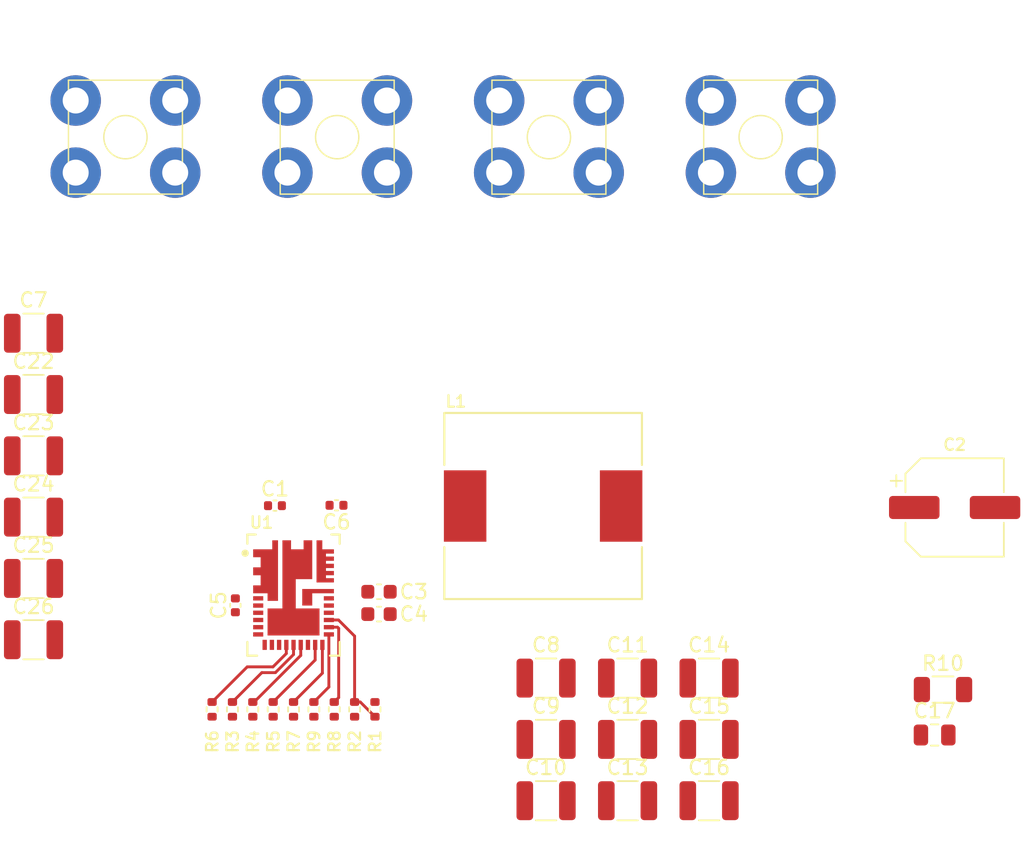
<source format=kicad_pcb>
(kicad_pcb (version 20240108) (generator "pcbnew") (generator_version "8.0")
  (layers (0 "F.Cu" signal) (31 "B.Cu" signal) (34 "B.Paste" user) (35 "F.Paste" user) (36 "B.SilkS" user "B.Silkscreen") (37 "F.SilkS" user "F.Silkscreen") (38 "B.Mask" user) (39 "F.Mask" user) (44 "Edge.Cuts" user))
  (net 0 "")
  (net 1 "VIN")
  (net 2 "GND")
  (net 3 "Net-(U1-PVCC)")
  (net 4 "Net-(U1-VDD)")
  (net 5 "Net-(U1-PH)")
  (net 6 "Net-(U1-BOOT)")
  (net 7 "VOUT")
  (net 8 "/SW")
  (net 9 "Net-(U1-ADDR)")
  (net 10 "Net-(U1-VSET)")
  (net 11 "Net-(U1-RT{slash}SYNC)")
  (net 12 "/PGOOD")
  (net 18 "/EN")
  (net 19 "/SALRT")
  (net 20 "VDD")
  (net 21 "/SCL")
  (net 22 "/SDA")
  (net 23 "Net-(C17-Pad1)")
  (footprint "Resistor_SMD:R_0402_1005Metric" (layer "F.Cu") (at 117.010976 113.792 90)
    (property "Reference" "R7" (at -2.2352 0.0127 90) (layer "F.SilkS") (effects (font (size 0.8 0.8))))
    (property "Value" "10K")
    (fp_line (start -0.153641 -0.38) (end 0.153641 -0.38) (stroke (width 0.12)) (layer "F.SilkS"))
    (fp_line (start -0.153641 0.38) (end 0.153641 0.38) (stroke (width 0.12)) (layer "F.SilkS"))
    (pad "1" smd roundrect (at -0.51 0 90) (size 0.54 0.64) (layers "F.Cu" "F.Paste" "F.Mask") (net 20 "VDD"))
    (pad "2" smd roundrect (at 0.51 0 90) (size 0.54 0.64) (layers "F.Cu" "F.Paste" "F.Mask") (net 19 "/SALRT"))
  )
  (footprint "Plugin_terminal:square_terminal" (layer "F.Cu") (at 131.2672 71.581)
    (property "Reference" "J3" (hide yes))
    (property "Value" "Screw")
    (fp_line (start -0.5 -1.41) (end -0.5 6.49) (stroke (width 0.1)) (layer "F.SilkS"))
    (fp_line (start -0.5 -1.41) (end 7.4 -1.41) (stroke (width 0.1)) (layer "F.SilkS"))
    (fp_line (start -0.5 6.49) (end 7.4 6.49) (stroke (width 0.1)) (layer "F.SilkS"))
    (fp_line (start 7.4 -1.41) (end 7.4 6.49) (stroke (width 0.1)) (layer "F.SilkS"))
    (fp_circle (center 3.45 2.54) (end 4.95 2.54) (stroke (width 0.1)) (fill none) (layer "F.SilkS"))
    (pad "1" thru_hole circle (at 0 0) (size 3.5 3.5) (drill 1.8) (layers "*.Cu" "*.Mask") (net 2 "GND"))
    (pad "1" thru_hole circle (at 0 5) (size 3.5 3.5) (drill 1.8) (layers "*.Cu" "*.Mask") (net 2 "GND"))
    (pad "1" thru_hole circle (at 6.9 0) (size 3.5 3.5) (drill 1.8) (layers "*.Cu" "*.Mask") (net 2 "GND"))
    (pad "1" thru_hole circle (at 6.9 5) (size 3.5 3.5) (drill 1.8) (layers "*.Cu" "*.Mask") (net 2 "GND"))
  )
  (footprint "Capacitor_SMD:C_1210_3225Metric" (layer "F.Cu") (at 134.5202 115.8748)
    (property "Reference" "C9" (at 0 -2.3 0) (layer "F.SilkS"))
    (property "Value" "10uF")
    (fp_line (start -0.711252 -1.36) (end 0.711252 -1.36) (stroke (width 0.12)) (layer "F.SilkS"))
    (fp_line (start -0.711252 1.36) (end 0.711252 1.36) (stroke (width 0.12)) (layer "F.SilkS"))
    (pad "1" smd roundrect (at -1.475 0) (size 1.15 2.7) (layers "F.Cu" "F.Paste" "F.Mask") (roundrect_rratio 0.217391) (net 7 "VOUT"))
    (pad "2" smd roundrect (at 1.475 0) (size 1.15 2.7) (layers "F.Cu" "F.Paste" "F.Mask") (roundrect_rratio 0.217391) (net 2 "GND"))
  )
  (footprint "Capacitor_SMD:C_1210_3225Metric" (layer "F.Cu") (at 98.9856 104.7152)
    (property "Reference" "C25" (at 0 -2.3 0) (layer "F.SilkS"))
    (property "Value" "22uF")
    (fp_line (start -0.711252 -1.36) (end 0.711252 -1.36) (stroke (width 0.12)) (layer "F.SilkS"))
    (fp_line (start -0.711252 1.36) (end 0.711252 1.36) (stroke (width 0.12)) (layer "F.SilkS"))
    (pad "1" smd roundrect (at -1.475 0) (size 1.15 2.7) (layers "F.Cu" "F.Paste" "F.Mask") (roundrect_rratio 0.217391) (net 1 "VIN"))
    (pad "2" smd roundrect (at 1.475 0) (size 1.15 2.7) (layers "F.Cu" "F.Paste" "F.Mask") (roundrect_rratio 0.217391) (net 2 "GND"))
  )
  (footprint "Plugin_terminal:square_terminal" (layer "F.Cu") (at 145.946934 71.581)
    (property "Reference" "J4" (hide yes))
    (property "Value" "Screw")
    (fp_line (start -0.5 -1.41) (end -0.5 6.49) (stroke (width 0.1)) (layer "F.SilkS"))
    (fp_line (start -0.5 -1.41) (end 7.4 -1.41) (stroke (width 0.1)) (layer "F.SilkS"))
    (fp_line (start -0.5 6.49) (end 7.4 6.49) (stroke (width 0.1)) (layer "F.SilkS"))
    (fp_line (start 7.4 -1.41) (end 7.4 6.49) (stroke (width 0.1)) (layer "F.SilkS"))
    (fp_circle (center 3.45 2.54) (end 4.95 2.54) (stroke (width 0.1)) (fill none) (layer "F.SilkS"))
    (pad "1" thru_hole circle (at 0 0) (size 3.5 3.5) (drill 1.8) (layers "*.Cu" "*.Mask") (net 7 "VOUT"))
    (pad "1" thru_hole circle (at 0 5) (size 3.5 3.5) (drill 1.8) (layers "*.Cu" "*.Mask") (net 7 "VOUT"))
    (pad "1" thru_hole circle (at 6.9 0) (size 3.5 3.5) (drill 1.8) (layers "*.Cu" "*.Mask") (net 7 "VOUT"))
    (pad "1" thru_hole circle (at 6.9 5) (size 3.5 3.5) (drill 1.8) (layers "*.Cu" "*.Mask") (net 7 "VOUT"))
  )
  (footprint "Capacitor_SMD:C_1210_3225Metric" (layer "F.Cu") (at 145.8202 115.8748)
    (property "Reference" "C15" (at 0 -2.3 0) (layer "F.SilkS"))
    (property "Value" "10uF")
    (fp_line (start -0.711252 -1.36) (end 0.711252 -1.36) (stroke (width 0.12)) (layer "F.SilkS"))
    (fp_line (start -0.711252 1.36) (end 0.711252 1.36) (stroke (width 0.12)) (layer "F.SilkS"))
    (pad "1" smd roundrect (at -1.475 0) (size 1.15 2.7) (layers "F.Cu" "F.Paste" "F.Mask") (roundrect_rratio 0.217391) (net 7 "VOUT"))
    (pad "2" smd roundrect (at 1.475 0) (size 1.15 2.7) (layers "F.Cu" "F.Paste" "F.Mask") (roundrect_rratio 0.217391) (net 2 "GND"))
  )
  (footprint "Resistor_SMD:R_0402_1005Metric" (layer "F.Cu") (at 121.245194 113.792 -90)
    (property "Reference" "R2" (at 2.235199 -0.011989 -90) (layer "F.SilkS") (effects (font (size 0.8 0.8))))
    (property "Value" "309.0K")
    (fp_line (start -0.153641 0.38) (end 0.153641 0.38) (stroke (width 0.12)) (layer "F.SilkS"))
    (fp_line (start -0.153641 -0.38) (end 0.153641 -0.38) (stroke (width 0.12)) (layer "F.SilkS"))
    (pad "1" smd roundrect (at -0.51 0 270) (size 0.54 0.64) (layers "F.Cu" "F.Paste" "F.Mask") (net 18 "/EN"))
    (pad "2" smd roundrect (at 0.51 0 270) (size 0.54 0.64) (layers "F.Cu" "F.Paste" "F.Mask") (net 2 "GND"))
  )
  (footprint "Plugin_terminal:square_terminal" (layer "F.Cu") (at 101.907734 71.581)
    (property "Reference" "J1" (hide yes))
    (property "Value" "Screw")
    (fp_line (start -0.5 -1.41) (end -0.5 6.49) (stroke (width 0.1)) (layer "F.SilkS"))
    (fp_line (start -0.5 -1.41) (end 7.4 -1.41) (stroke (width 0.1)) (layer "F.SilkS"))
    (fp_line (start -0.5 6.49) (end 7.4 6.49) (stroke (width 0.1)) (layer "F.SilkS"))
    (fp_line (start 7.4 -1.41) (end 7.4 6.49) (stroke (width 0.1)) (layer "F.SilkS"))
    (fp_circle (center 3.45 2.54) (end 4.95 2.54) (stroke (width 0.1)) (fill none) (layer "F.SilkS"))
    (pad "1" thru_hole circle (at 0 0) (size 3.5 3.5) (drill 1.8) (layers "*.Cu" "*.Mask") (net 1 "VIN"))
    (pad "1" thru_hole circle (at 0 5) (size 3.5 3.5) (drill 1.8) (layers "*.Cu" "*.Mask") (net 1 "VIN"))
    (pad "1" thru_hole circle (at 6.9 0) (size 3.5 3.5) (drill 1.8) (layers "*.Cu" "*.Mask") (net 1 "VIN"))
    (pad "1" thru_hole circle (at 6.9 5) (size 3.5 3.5) (drill 1.8) (layers "*.Cu" "*.Mask") (net 1 "VIN"))
  )
  (footprint "Capacitor_SMD:C_1210_3225Metric" (layer "F.Cu") (at 145.8202 120.1248)
    (property "Reference" "C16" (at 0 -2.3 0) (layer "F.SilkS"))
    (property "Value" "10uF")
    (fp_line (start -0.711252 -1.36) (end 0.711252 -1.36) (stroke (width 0.12)) (layer "F.SilkS"))
    (fp_line (start -0.711252 1.36) (end 0.711252 1.36) (stroke (width 0.12)) (layer "F.SilkS"))
    (pad "1" smd roundrect (at -1.475 0) (size 1.15 2.7) (layers "F.Cu" "F.Paste" "F.Mask") (roundrect_rratio 0.217391) (net 7 "VOUT"))
    (pad "2" smd roundrect (at 1.475 0) (size 1.15 2.7) (layers "F.Cu" "F.Paste" "F.Mask") (roundrect_rratio 0.217391) (net 2 "GND"))
  )
  (footprint "Capacitor_SMD:C_1210_3225Metric" (layer "F.Cu") (at 134.5202 120.1248)
    (property "Reference" "C10" (at 0 -2.3 0) (layer "F.SilkS"))
    (property "Value" "10uF")
    (fp_line (start -0.711252 -1.36) (end 0.711252 -1.36) (stroke (width 0.12)) (layer "F.SilkS"))
    (fp_line (start -0.711252 1.36) (end 0.711252 1.36) (stroke (width 0.12)) (layer "F.SilkS"))
    (pad "1" smd roundrect (at -1.475 0) (size 1.15 2.7) (layers "F.Cu" "F.Paste" "F.Mask") (roundrect_rratio 0.217391) (net 7 "VOUT"))
    (pad "2" smd roundrect (at 1.475 0) (size 1.15 2.7) (layers "F.Cu" "F.Paste" "F.Mask") (roundrect_rratio 0.217391) (net 2 "GND"))
  )
  (footprint "Resistor_SMD:R_1206_3216Metric" (layer "F.Cu") (at 162.0376 112.42)
    (property "Reference" "R10" (at 0 -1.82 0) (layer "F.SilkS"))
    (property "Value" "1K")
    (fp_line (start -0.727064 -0.91) (end 0.727064 -0.91) (stroke (width 0.12)) (layer "F.SilkS"))
    (fp_line (start -0.727064 0.91) (end 0.727064 0.91) (stroke (width 0.12)) (layer "F.SilkS"))
    (pad "1" smd roundrect (at -1.4625 0) (size 1.125 1.75) (layers "F.Cu" "F.Paste" "F.Mask") (roundrect_rratio 0.222222) (net 8 "/SW"))
    (pad "2" smd roundrect (at 1.4625 0) (size 1.125 1.75) (layers "F.Cu" "F.Paste" "F.Mask") (roundrect_rratio 0.222222) (net 23 "Net-(C17-Pad1)"))
  )
  (footprint "Capacitor_SMD:C_0402_1005Metric" (layer "F.Cu") (at 112.9792 106.5784 90)
    (property "Reference" "C5" (at 0 -1.16 -90) (layer "F.SilkS"))
    (property "Value" "100nF")
    (fp_line (start -0.107836 -0.36) (end 0.107836 -0.36) (stroke (width 0.12)) (layer "F.SilkS"))
    (fp_line (start -0.107836 0.36) (end 0.107836 0.36) (stroke (width 0.12)) (layer "F.SilkS"))
    (pad "1" smd roundrect (at -0.48 0 90) (size 0.56 0.62) (layers "F.Cu" "F.Paste" "F.Mask") (net 6 "Net-(U1-BOOT)"))
    (pad "2" smd roundrect (at 0.48 0 90) (size 0.56 0.62) (layers "F.Cu" "F.Paste" "F.Mask") (net 5 "Net-(U1-PH)"))
  )
  (footprint "Capacitor_SMD:C_1210_3225Metric" (layer "F.Cu") (at 98.9856 100.4652)
    (property "Reference" "C24" (at 0 -2.3 0) (layer "F.SilkS"))
    (property "Value" "22uF")
    (fp_line (start -0.711252 -1.36) (end 0.711252 -1.36) (stroke (width 0.12)) (layer "F.SilkS"))
    (fp_line (start -0.711252 1.36) (end 0.711252 1.36) (stroke (width 0.12)) (layer "F.SilkS"))
    (pad "1" smd roundrect (at -1.475 0) (size 1.15 2.7) (layers "F.Cu" "F.Paste" "F.Mask") (roundrect_rratio 0.217391) (net 1 "VIN"))
    (pad "2" smd roundrect (at 1.475 0) (size 1.15 2.7) (layers "F.Cu" "F.Paste" "F.Mask") (roundrect_rratio 0.217391) (net 2 "GND"))
  )
  (footprint "IHLP5050FDERR22M01:Vishay-IHLP-5050FD-FP_2.945x4.95-3D_6.4-0-0-MFG" (layer "F.Cu") (at 134.3152 99.695)
    (property "Reference" "L1" (at -6.85 -7.25 0) (layer "F.SilkS") (effects (font (size 0.8 0.8)) (justify left)))
    (property "Value" "220nH")
    (fp_line (start -6.85 -6.45) (end 6.85 -6.45) (stroke (width 0.15)) (layer "F.SilkS"))
    (fp_line (start -6.85 -2.85) (end -6.85 -6.45) (stroke (width 0.15)) (layer "F.SilkS"))
    (fp_line (start -6.85 6.45) (end -6.85 2.85) (stroke (width 0.15)) (layer "F.SilkS"))
    (fp_line (start -6.85 6.45) (end 6.85 6.45) (stroke (width 0.15)) (layer "F.SilkS"))
    (fp_line (start 6.85 -2.85) (end 6.85 -6.45) (stroke (width 0.15)) (layer "F.SilkS"))
    (fp_line (start 6.85 6.45) (end 6.85 2.85) (stroke (width 0.15)) (layer "F.SilkS"))
    (pad "1" smd rect (at -5.4075 0) (size 2.945 4.95) (layers "F.Cu" "F.Paste" "F.Mask") (net 8 "/SW"))
    (pad "2" smd rect (at 5.4075 0) (size 2.945 4.95) (layers "F.Cu" "F.Paste" "F.Mask") (net 7 "VOUT"))
  )
  (footprint "Plugin_terminal:square_terminal" (layer "F.Cu") (at 116.587467 71.581)
    (property "Reference" "J2" (hide yes))
    (property "Value" "Screw")
    (fp_line (start -0.5 -1.41) (end -0.5 6.49) (stroke (width 0.1)) (layer "F.SilkS"))
    (fp_line (start -0.5 -1.41) (end 7.4 -1.41) (stroke (width 0.1)) (layer "F.SilkS"))
    (fp_line (start -0.5 6.49) (end 7.4 6.49) (stroke (width 0.1)) (layer "F.SilkS"))
    (fp_line (start 7.4 -1.41) (end 7.4 6.49) (stroke (width 0.1)) (layer "F.SilkS"))
    (fp_circle (center 3.45 2.54) (end 4.95 2.54) (stroke (width 0.1)) (fill none) (layer "F.SilkS"))
    (pad "1" thru_hole circle (at 0 0) (size 3.5 3.5) (drill 1.8) (layers "*.Cu" "*.Mask") (net 2 "GND"))
    (pad "1" thru_hole circle (at 0 5) (size 3.5 3.5) (drill 1.8) (layers "*.Cu" "*.Mask") (net 2 "GND"))
    (pad "1" thru_hole circle (at 6.9 0) (size 3.5 3.5) (drill 1.8) (layers "*.Cu" "*.Mask") (net 2 "GND"))
    (pad "1" thru_hole circle (at 6.9 5) (size 3.5 3.5) (drill 1.8) (layers "*.Cu" "*.Mask") (net 2 "GND"))
  )
  (footprint "Capacitor_SMD:C_1210_3225Metric" (layer "F.Cu") (at 98.9856 96.2152)
    (property "Reference" "C23" (at 0 -2.3 0) (layer "F.SilkS"))
    (property "Value" "22uF")
    (fp_line (start -0.711252 -1.36) (end 0.711252 -1.36) (stroke (width 0.12)) (layer "F.SilkS"))
    (fp_line (start -0.711252 1.36) (end 0.711252 1.36) (stroke (width 0.12)) (layer "F.SilkS"))
    (pad "1" smd roundrect (at -1.475 0) (size 1.15 2.7) (layers "F.Cu" "F.Paste" "F.Mask") (roundrect_rratio 0.217391) (net 1 "VIN"))
    (pad "2" smd roundrect (at 1.475 0) (size 1.15 2.7) (layers "F.Cu" "F.Paste" "F.Mask") (roundrect_rratio 0.217391) (net 2 "GND"))
  )
  (footprint "Resistor_SMD:R_0402_1005Metric" (layer "F.Cu") (at 112.776758 113.792 -90)
    (property "Reference" "R3" (at 2.235199 -0.013411 -90) (layer "F.SilkS") (effects (font (size 0.8 0.8))))
    (property "Value" "3.48K")
    (fp_line (start -0.153641 0.38) (end 0.153641 0.38) (stroke (width 0.12)) (layer "F.SilkS"))
    (fp_line (start -0.153641 -0.38) (end 0.153641 -0.38) (stroke (width 0.12)) (layer "F.SilkS"))
    (pad "1" smd roundrect (at -0.51 0 270) (size 0.54 0.64) (layers "F.Cu" "F.Paste" "F.Mask") (net 9 "Net-(U1-ADDR)"))
    (pad "2" smd roundrect (at 0.51 0 270) (size 0.54 0.64) (layers "F.Cu" "F.Paste" "F.Mask") (net 2 "GND"))
  )
  (footprint "Capacitor_SMD:C_0402_1005Metric" (layer "F.Cu") (at 115.7224 99.6696)
    (property "Reference" "C1" (at 0 -1.16 0) (layer "F.SilkS"))
    (property "Value" "100nF")
    (fp_line (start -0.107836 -0.36) (end 0.107836 -0.36) (stroke (width 0.12)) (layer "F.SilkS"))
    (fp_line (start -0.107836 0.36) (end 0.107836 0.36) (stroke (width 0.12)) (layer "F.SilkS"))
    (pad "1" smd roundrect (at -0.48 0) (size 0.56 0.62) (layers "F.Cu" "F.Paste" "F.Mask") (net 1 "VIN"))
    (pad "2" smd roundrect (at 0.48 0) (size 0.56 0.62) (layers "F.Cu" "F.Paste" "F.Mask") (net 2 "GND"))
  )
  (footprint "Capacitor_SMD:C_0402_1005Metric" (layer "F.Cu") (at 119.9896 99.6442 180)
    (property "Reference" "C6" (at 0 -1.16 180) (layer "F.SilkS"))
    (property "Value" "100nF")
    (fp_line (start -0.107836 0.36) (end 0.107836 0.36) (stroke (width 0.12)) (layer "F.SilkS"))
    (fp_line (start -0.107836 -0.36) (end 0.107836 -0.36) (stroke (width 0.12)) (layer "F.SilkS"))
    (pad "1" smd roundrect (at -0.48 0 180) (size 0.56 0.62) (layers "F.Cu" "F.Paste" "F.Mask") (net 7 "VOUT"))
    (pad "2" smd roundrect (at 0.48 0 180) (size 0.56 0.62) (layers "F.Cu" "F.Paste" "F.Mask") (net 2 "GND"))
  )
  (footprint "Capacitor_SMD:C_1210_3225Metric" (layer "F.Cu") (at 98.9856 87.7152)
    (property "Reference" "C7" (at 0 -2.3 0) (layer "F.SilkS"))
    (property "Value" "22uF")
    (fp_line (start -0.711252 -1.36) (end 0.711252 -1.36) (stroke (width 0.12)) (layer "F.SilkS"))
    (fp_line (start -0.711252 1.36) (end 0.711252 1.36) (stroke (width 0.12)) (layer "F.SilkS"))
    (pad "1" smd roundrect (at -1.475 0) (size 1.15 2.7) (layers "F.Cu" "F.Paste" "F.Mask") (roundrect_rratio 0.217391) (net 1 "VIN"))
    (pad "2" smd roundrect (at 1.475 0) (size 1.15 2.7) (layers "F.Cu" "F.Paste" "F.Mask") (roundrect_rratio 0.217391) (net 2 "GND"))
  )
  (footprint "Capacitor_SMD:C_0603_1608Metric" (layer "F.Cu") (at 122.936 107.188)
    (property "Reference" "C4" (at 2.413 0 0) (layer "F.SilkS"))
    (property "Value" "1uF")
    (fp_line (start -0.14058 -0.51) (end 0.14058 -0.51) (stroke (width 0.12)) (layer "F.SilkS"))
    (fp_line (start -0.14058 0.51) (end 0.14058 0.51) (stroke (width 0.12)) (layer "F.SilkS"))
    (pad "1" smd roundrect (at -0.775 0) (size 0.9 0.95) (layers "F.Cu" "F.Paste" "F.Mask") (net 4 "Net-(U1-VDD)"))
    (pad "2" smd roundrect (at 0.775 0) (size 0.9 0.95) (layers "F.Cu" "F.Paste" "F.Mask") (net 2 "GND"))
  )
  (footprint "SIC450ED:Vishay-T18-0377-08_2018-A-MFG" (layer "F.Cu") (at 117.010976 105.870599)
    (property "Reference" "U1" (at -3.12 -5.03 0) (layer "F.SilkS") (effects (font (size 0.8 0.8)) (justify left)))
    (property "Value" "SIC450ED-T1-GE3")
    (fp_line (start -3.2 -4.2) (end -2.625 -4.2) (stroke (width 0.15)) (layer "F.SilkS"))
    (fp_line (start -3.2 -3.56) (end -3.2 -4.2) (stroke (width 0.15)) (layer "F.SilkS"))
    (fp_line (start -3.2 4.2) (end -3.2 3.25) (stroke (width 0.15)) (layer "F.SilkS"))
    (fp_line (start -3.2 4.2) (end -2.525 4.2) (stroke (width 0.15)) (layer "F.SilkS"))
    (fp_line (start 2.525 4.2) (end 3.2 4.2) (stroke (width 0.15)) (layer "F.SilkS"))
    (fp_line (start 2.625 -4.2) (end 3.2 -4.2) (stroke (width 0.15)) (layer "F.SilkS"))
    (fp_line (start 3.2 -3.555) (end 3.2 -4.2) (stroke (width 0.15)) (layer "F.SilkS"))
    (fp_line (start 3.2 4.2) (end 3.2 3.25) (stroke (width 0.15)) (layer "F.SilkS"))
    (fp_circle (center -3.355 -2.905) (end -3.23 -2.905) (stroke (width 0.25)) (fill none) (layer "F.SilkS"))
    (pad "1-2-3-34" smd custom (at -2.54 -1.65) (size 0.5 0.5) (layers "F.Cu" "F.Paste" "F.Mask") (net 1 "VIN") (options (clearance outline) (anchor circle)) (primitives (gr_poly (pts (xy -0.26 1.525) (xy 0.74 1.525) (xy 0.74 2.049999) (xy 1.465 2.049999) (xy 1.465 -2.15) (xy 1.065 -2.15) (xy 1.065 -1.525) (xy -0.26 -1.525) (xy -0.26 -0.975) (xy 0.26 -0.975) (xy 0.26 -0.275) (xy -0.26 -0.275) (xy -0.26 0.275) (xy 0.26 0.275) (xy 0.26 0.975) (xy -0.26 0.975) (xy -0.26 1.525)) (width 0) (fill yes))))
    (pad "4" smd rect (at -2.45 0.225) (size 0.7 0.3) (layers "F.Cu" "F.Paste" "F.Mask") (net 5 "Net-(U1-PH)"))
    (pad "5" smd rect (at -2.45 0.725) (size 0.7 0.3) (layers "F.Cu" "F.Paste" "F.Mask"))
    (pad "6" smd rect (at -2.45 1.225) (size 0.7 0.3) (layers "F.Cu" "F.Paste" "F.Mask") (net 6 "Net-(U1-BOOT)"))
    (pad "7" smd rect (at -2.45 1.725) (size 0.7 0.3) (layers "F.Cu" "F.Paste" "F.Mask") (net 2 "GND"))
    (pad "8" smd rect (at -2.45 2.225) (size 0.7 0.3) (layers "F.Cu" "F.Paste" "F.Mask"))
    (pad "9" smd rect (at -2.45 2.725) (size 0.7 0.3) (layers "F.Cu" "F.Paste" "F.Mask"))
    (pad "10" smd rect (at -2 3.45) (size 0.3 0.7) (layers "F.Cu" "F.Paste" "F.Mask"))
    (pad "11" smd rect (at -1.5 3.45) (size 0.3 0.7) (layers "F.Cu" "F.Paste" "F.Mask") (net 2 "GND"))
    (pad "12" smd rect (at -1 3.45) (size 0.3 0.7) (layers "F.Cu" "F.Paste" "F.Mask") (net 7 "VOUT"))
    (pad "13" smd rect (at -0.5 3.45) (size 0.3 0.7) (layers "F.Cu" "F.Paste" "F.Mask") (net 12 "/PGOOD"))
    (pad "14" smd rect (at 0 3.45) (size 0.3 0.7) (layers "F.Cu" "F.Paste" "F.Mask") (net 9 "Net-(U1-ADDR)"))
    (pad "15" smd rect (at 0.5 3.45) (size 0.3 0.7) (layers "F.Cu" "F.Paste" "F.Mask") (net 10 "Net-(U1-VSET)"))
    (pad "16" smd rect (at 1 3.45) (size 0.3 0.7) (layers "F.Cu" "F.Paste" "F.Mask") (net 2 "GND"))
    (pad "17" smd rect (at 1.5 3.45) (size 0.3 0.7) (layers "F.Cu" "F.Paste" "F.Mask") (net 11 "Net-(U1-RT{slash}SYNC)"))
    (pad "18" smd rect (at 2 3.45) (size 0.3 0.7) (layers "F.Cu" "F.Paste" "F.Mask") (net 19 "/SALRT"))
    (pad "19" smd rect (at 2.45 2.725) (size 0.7 0.3) (layers "F.Cu" "F.Paste" "F.Mask") (net 22 "/SDA"))
    (pad "20" smd rect (at 2.45 2.225) (size 0.7 0.3) (layers "F.Cu" "F.Paste" "F.Mask") (net 21 "/SCL"))
    (pad "21" smd rect (at 2.45 1.725) (size 0.7 0.3) (layers "F.Cu" "F.Paste" "F.Mask") (net 18 "/EN"))
    (pad "22" smd rect (at 2.45 1.225) (size 0.7 0.3) (layers "F.Cu" "F.Paste" "F.Mask") (net 4 "Net-(U1-VDD)"))
    (pad "23" smd rect (at 2.45 0.725) (size 0.7 0.3) (layers "F.Cu" "F.Paste" "F.Mask") (net 1 "VIN"))
    (pad "24" smd rect (at 2.45 0.225) (size 0.7 0.3) (layers "F.Cu" "F.Paste" "F.Mask") (net 3 "Net-(U1-PVCC)"))
    (pad "25" smd custom (at 0.9505 0.15) (size 0.5 0.5) (layers "F.Cu" "F.Paste" "F.Mask") (options (clearance outline) (anchor circle)) (primitives (gr_poly (pts (xy 1.8495 -0.424999) (xy 1.8495 -0.575) (xy -0.3475 -0.575) (xy -0.3475 0.575) (xy 0.3475 0.575) (xy 0.3475 -0.275) (xy 1.8495 -0.275) (xy 1.8495 -0.424999)) (width 0) (fill yes))))
    (pad "26-27-28-29-30-31" smd custom (at 2.525 -1.524999) (size 0.2 0.2) (layers "F.Cu" "F.Paste" "F.Mask") (net 8 "/SW") (options (clearance outline) (anchor circle)) (primitives (gr_poly (pts (xy 0.275 0.5) (xy 0.275 0.35) (xy -0.275 0.35) (xy -0.275 0.15) (xy 0.275 0.15) (xy 0.275 -0.15) (xy -0.275 -0.15) (xy -0.275 -0.35) (xy 0.275 -0.35) (xy 0.275 -0.65) (xy -0.275 -0.65) (xy -0.275 -0.85) (xy 0.275 -0.85) (xy 0.275 -1.15) (xy -0.275 -1.15) (xy -0.275 -1.35) (xy 0.275 -1.35) (xy 0.275 -1.65) (xy -0.53 -1.65) (xy -0.53 -2.275) (xy -0.93 -2.275) (xy -0.93 0.65) (xy 0.272 0.65) (xy 0.275 0.5)) (width 0) (fill yes))))
    (pad "32-33" smd custom (at 0 1.8625) (size 0.5 0.5) (layers "F.Cu" "F.Paste" "F.Mask") (net 2 "GND") (options (clearance outline) (anchor circle)) (primitives (gr_poly (pts (xy -1.8 0.9375) (xy 1.8 0.9375) (xy 1.8 -0.9375) (xy 0.155 -0.9375) (xy 0.155 -2.9675) (xy 1.298 -2.9675) (xy 1.298 -5.6625) (xy 0.698 -5.6625) (xy 0.698 -5.0375) (xy -0.172 -5.0375) (xy -0.172 -5.6625) (xy -0.772 -5.6625) (xy -0.772 -0.9375) (xy -1.8 -0.9375) (xy -1.8 0.9375)) (width 0) (fill yes))))
  )
  (footprint "Capacitor_SMD:C_1210_3225Metric" (layer "F.Cu") (at 140.1702 115.8748)
    (property "Reference" "C12" (at 0 -2.3 0) (layer "F.SilkS"))
    (property "Value" "10uF")
    (fp_line (start -0.711252 -1.36) (end 0.711252 -1.36) (stroke (width 0.12)) (layer "F.SilkS"))
    (fp_line (start -0.711252 1.36) (end 0.711252 1.36) (stroke (width 0.12)) (layer "F.SilkS"))
    (pad "1" smd roundrect (at -1.475 0) (size 1.15 2.7) (layers "F.Cu" "F.Paste" "F.Mask") (roundrect_rratio 0.217391) (net 7 "VOUT"))
    (pad "2" smd roundrect (at 1.475 0) (size 1.15 2.7) (layers "F.Cu" "F.Paste" "F.Mask") (roundrect_rratio 0.217391) (net 2 "GND"))
  )
  (footprint "Capacitor_SMD:C_1210_3225Metric" (layer "F.Cu") (at 98.9856 91.9652)
    (property "Reference" "C22" (at 0 -2.3 0) (layer "F.SilkS"))
    (property "Value" "22uF")
    (fp_line (start -0.711252 -1.36) (end 0.711252 -1.36) (stroke (width 0.12)) (layer "F.SilkS"))
    (fp_line (start -0.711252 1.36) (end 0.711252 1.36) (stroke (width 0.12)) (layer "F.SilkS"))
    (pad "1" smd roundrect (at -1.475 0) (size 1.15 2.7) (layers "F.Cu" "F.Paste" "F.Mask") (roundrect_rratio 0.217391) (net 1 "VIN"))
    (pad "2" smd roundrect (at 1.475 0) (size 1.15 2.7) (layers "F.Cu" "F.Paste" "F.Mask") (roundrect_rratio 0.217391) (net 2 "GND"))
  )
  (footprint "Capacitor_SMD:C_1210_3225Metric" (layer "F.Cu") (at 98.9856 108.9652)
    (property "Reference" "C26" (at 0 -2.3 0) (layer "F.SilkS"))
    (property "Value" "22uF")
    (fp_line (start -0.711252 -1.36) (end 0.711252 -1.36) (stroke (width 0.12)) (layer "F.SilkS"))
    (fp_line (start -0.711252 1.36) (end 0.711252 1.36) (stroke (width 0.12)) (layer "F.SilkS"))
    (pad "1" smd roundrect (at -1.475 0) (size 1.15 2.7) (layers "F.Cu" "F.Paste" "F.Mask") (roundrect_rratio 0.217391) (net 1 "VIN"))
    (pad "2" smd roundrect (at 1.475 0) (size 1.15 2.7) (layers "F.Cu" "F.Paste" "F.Mask") (roundrect_rratio 0.217391) (net 2 "GND"))
  )
  (footprint "Resistor_SMD:R_0402_1005Metric" (layer "F.Cu") (at 119.833788 113.792 90)
    (property "Reference" "R8" (at -2.2352 0.012226 90) (layer "F.SilkS") (effects (font (size 0.8 0.8))))
    (property "Value" "2K2")
    (fp_line (start -0.153641 -0.38) (end 0.153641 -0.38) (stroke (width 0.12)) (layer "F.SilkS"))
    (fp_line (start -0.153641 0.38) (end 0.153641 0.38) (stroke (width 0.12)) (layer "F.SilkS"))
    (pad "1" smd roundrect (at -0.51 0 90) (size 0.54 0.64) (layers "F.Cu" "F.Paste" "F.Mask") (net 20 "VDD"))
    (pad "2" smd roundrect (at 0.51 0 90) (size 0.54 0.64) (layers "F.Cu" "F.Paste" "F.Mask") (net 21 "/SCL"))
  )
  (footprint "Capacitor_SMD:CP_Elec_6.3x4.9" (layer "F.Cu") (at 162.8454 99.7966)
    (property "Reference" "C2" (at 0 -4.35 0) (layer "F.SilkS") (effects (font (size 0.8 0.8))))
    (property "Value" "270uF")
    (fp_line (start -4.4375 -1.8475) (end -3.65 -1.8475) (stroke (width 0.12)) (layer "F.SilkS"))
    (fp_line (start -4.04375 -2.24125) (end -4.04375 -1.45375) (stroke (width 0.12)) (layer "F.SilkS"))
    (fp_line (start -3.41 -2.345563) (end -3.41 -1.06) (stroke (width 0.12)) (layer "F.SilkS"))
    (fp_line (start -3.41 -2.345563) (end -2.345563 -3.41) (stroke (width 0.12)) (layer "F.SilkS"))
    (fp_line (start -3.41 2.345563) (end -3.41 1.06) (stroke (width 0.12)) (layer "F.SilkS"))
    (fp_line (start -3.41 2.345563) (end -2.345563 3.41) (stroke (width 0.12)) (layer "F.SilkS"))
    (fp_line (start -2.345563 -3.41) (end 3.41 -3.41) (stroke (width 0.12)) (layer "F.SilkS"))
    (fp_line (start -2.345563 3.41) (end 3.41 3.41) (stroke (width 0.12)) (layer "F.SilkS"))
    (fp_line (start 3.41 -3.41) (end 3.41 -1.06) (stroke (width 0.12)) (layer "F.SilkS"))
    (fp_line (start 3.41 3.41) (end 3.41 1.06) (stroke (width 0.12)) (layer "F.SilkS"))
    (pad "1" smd roundrect (at -2.8 0) (size 3.5 1.6) (layers "F.Cu" "F.Paste" "F.Mask") (roundrect_rratio 0.15625) (net 1 "VIN"))
    (pad "2" smd roundrect (at 2.8 0) (size 3.5 1.6) (layers "F.Cu" "F.Paste" "F.Mask") (roundrect_rratio 0.15625) (net 2 "GND"))
  )
  (footprint "Capacitor_SMD:C_0805_2012Metric" (layer "F.Cu") (at 161.4576 115.57)
    (property "Reference" "C17" (at 0 -1.68 0) (layer "F.SilkS"))
    (property "Value" "100nF")
    (fp_line (start -0.261252 -0.735) (end 0.261252 -0.735) (stroke (width 0.12)) (layer "F.SilkS"))
    (fp_line (start -0.261252 0.735) (end 0.261252 0.735) (stroke (width 0.12)) (layer "F.SilkS"))
    (pad "1" smd roundrect (at -0.95 0) (size 1 1.45) (layers "F.Cu" "F.Paste" "F.Mask") (net 23 "Net-(C17-Pad1)"))
    (pad "2" smd roundrect (at 0.95 0) (size 1 1.45) (layers "F.Cu" "F.Paste" "F.Mask") (net 2 "GND"))
  )
  (footprint "Capacitor_SMD:C_1210_3225Metric" (layer "F.Cu") (at 140.1702 111.6248)
    (property "Reference" "C11" (at 0 -2.3 0) (layer "F.SilkS"))
    (property "Value" "10uF")
    (fp_line (start -0.711252 -1.36) (end 0.711252 -1.36) (stroke (width 0.12)) (layer "F.SilkS"))
    (fp_line (start -0.711252 1.36) (end 0.711252 1.36) (stroke (width 0.12)) (layer "F.SilkS"))
    (pad "1" smd roundrect (at -1.475 0) (size 1.15 2.7) (layers "F.Cu" "F.Paste" "F.Mask") (roundrect_rratio 0.217391) (net 7 "VOUT"))
    (pad "2" smd roundrect (at 1.475 0) (size 1.15 2.7) (layers "F.Cu" "F.Paste" "F.Mask") (roundrect_rratio 0.217391) (net 2 "GND"))
  )
  (footprint "Resistor_SMD:R_0402_1005Metric" (layer "F.Cu") (at 115.59957 113.792 -90)
    (property "Reference" "R5" (at 2.235199 -0.012937 -90) (layer "F.SilkS") (effects (font (size 0.8 0.8))))
    (property "Value" "8.87K")
    (fp_line (start -0.153641 0.38) (end 0.153641 0.38) (stroke (width 0.12)) (layer "F.SilkS"))
    (fp_line (start -0.153641 -0.38) (end 0.153641 -0.38) (stroke (width 0.12)) (layer "F.SilkS"))
    (pad "1" smd roundrect (at -0.51 0 270) (size 0.54 0.64) (layers "F.Cu" "F.Paste" "F.Mask") (net 11 "Net-(U1-RT{slash}SYNC)"))
    (pad "2" smd roundrect (at 0.51 0 270) (size 0.54 0.64) (layers "F.Cu" "F.Paste" "F.Mask") (net 2 "GND"))
  )
  (footprint "Resistor_SMD:R_0402_1005Metric" (layer "F.Cu") (at 114.188164 113.792 -90)
    (property "Reference" "R4" (at 2.235199 -0.013174 -90) (layer "F.SilkS") (effects (font (size 0.8 0.8))))
    (property "Value" "8.87K")
    (fp_line (start -0.153641 0.38) (end 0.153641 0.38) (stroke (width 0.12)) (layer "F.SilkS"))
    (fp_line (start -0.153641 -0.38) (end 0.153641 -0.38) (stroke (width 0.12)) (layer "F.SilkS"))
    (pad "1" smd roundrect (at -0.51 0 270) (size 0.54 0.64) (layers "F.Cu" "F.Paste" "F.Mask") (net 10 "Net-(U1-VSET)"))
    (pad "2" smd roundrect (at 0.51 0 270) (size 0.54 0.64) (layers "F.Cu" "F.Paste" "F.Mask") (net 2 "GND"))
  )
  (footprint "Resistor_SMD:R_0402_1005Metric" (layer "F.Cu") (at 111.365352 113.792 90)
    (property "Reference" "R6" (at -2.2352 0.013648 90) (layer "F.SilkS") (effects (font (size 0.8 0.8))))
    (property "Value" "100K")
    (fp_line (start -0.153641 -0.38) (end 0.153641 -0.38) (stroke (width 0.12)) (layer "F.SilkS"))
    (fp_line (start -0.153641 0.38) (end 0.153641 0.38) (stroke (width 0.12)) (layer "F.SilkS"))
    (pad "1" smd roundrect (at -0.51 0 90) (size 0.54 0.64) (layers "F.Cu" "F.Paste" "F.Mask") (net 4 "Net-(U1-VDD)"))
    (pad "2" smd roundrect (at 0.51 0 90) (size 0.54 0.64) (layers "F.Cu" "F.Paste" "F.Mask") (net 12 "/PGOOD"))
  )
  (footprint "Resistor_SMD:R_0402_1005Metric" (layer "F.Cu") (at 118.422382 113.792 90)
    (property "Reference" "R9" (at -2.2352 0.012463 90) (layer "F.SilkS") (effects (font (size 0.8 0.8))))
    (property "Value" "2K2")
    (fp_line (start -0.153641 -0.38) (end 0.153641 -0.38) (stroke (width 0.12)) (layer "F.SilkS"))
    (fp_line (start -0.153641 0.38) (end 0.153641 0.38) (stroke (width 0.12)) (layer "F.SilkS"))
    (pad "1" smd roundrect (at -0.51 0 90) (size 0.54 0.64) (layers "F.Cu" "F.Paste" "F.Mask") (net 20 "VDD"))
    (pad "2" smd roundrect (at 0.51 0 90) (size 0.54 0.64) (layers "F.Cu" "F.Paste" "F.Mask") (net 22 "/SDA"))
  )
  (footprint "Capacitor_SMD:C_1210_3225Metric" (layer "F.Cu") (at 134.5202 111.6248)
    (property "Reference" "C8" (at 0 -2.3 0) (layer "F.SilkS"))
    (property "Value" "10uF")
    (fp_line (start -0.711252 -1.36) (end 0.711252 -1.36) (stroke (width 0.12)) (layer "F.SilkS"))
    (fp_line (start -0.711252 1.36) (end 0.711252 1.36) (stroke (width 0.12)) (layer "F.SilkS"))
    (pad "1" smd roundrect (at -1.475 0) (size 1.15 2.7) (layers "F.Cu" "F.Paste" "F.Mask") (roundrect_rratio 0.217391) (net 7 "VOUT"))
    (pad "2" smd roundrect (at 1.475 0) (size 1.15 2.7) (layers "F.Cu" "F.Paste" "F.Mask") (roundrect_rratio 0.217391) (net 2 "GND"))
  )
  (footprint "Capacitor_SMD:C_1210_3225Metric" (layer "F.Cu") (at 140.1702 120.1248)
    (property "Reference" "C13" (at 0 -2.3 0) (layer "F.SilkS"))
    (property "Value" "10uF")
    (fp_line (start -0.711252 -1.36) (end 0.711252 -1.36) (stroke (width 0.12)) (layer "F.SilkS"))
    (fp_line (start -0.711252 1.36) (end 0.711252 1.36) (stroke (width 0.12)) (layer "F.SilkS"))
    (pad "1" smd roundrect (at -1.475 0) (size 1.15 2.7) (layers "F.Cu" "F.Paste" "F.Mask") (roundrect_rratio 0.217391) (net 7 "VOUT"))
    (pad "2" smd roundrect (at 1.475 0) (size 1.15 2.7) (layers "F.Cu" "F.Paste" "F.Mask") (roundrect_rratio 0.217391) (net 2 "GND"))
  )
  (footprint "Resistor_SMD:R_0402_1005Metric" (layer "F.Cu") (at 122.6566 113.792 -90)
    (property "Reference" "R1" (at 2.235199 -0.011748 -90) (layer "F.SilkS") (effects (font (size 0.8 0.8))))
    (property "Value" "562.0K")
    (fp_line (start -0.153641 0.38) (end 0.153641 0.38) (stroke (width 0.12)) (layer "F.SilkS"))
    (fp_line (start -0.153641 -0.38) (end 0.153641 -0.38) (stroke (width 0.12)) (layer "F.SilkS"))
    (pad "1" smd roundrect (at -0.51 0 270) (size 0.54 0.64) (layers "F.Cu" "F.Paste" "F.Mask") (net 1 "VIN"))
    (pad "2" smd roundrect (at 0.51 0 270) (size 0.54 0.64) (layers "F.Cu" "F.Paste" "F.Mask") (net 18 "/EN"))
  )
  (footprint "Capacitor_SMD:C_1210_3225Metric" (layer "F.Cu") (at 145.8202 111.6248)
    (property "Reference" "C14" (at 0 -2.3 0) (layer "F.SilkS"))
    (property "Value" "10uF")
    (fp_line (start -0.711252 -1.36) (end 0.711252 -1.36) (stroke (width 0.12)) (layer "F.SilkS"))
    (fp_line (start -0.711252 1.36) (end 0.711252 1.36) (stroke (width 0.12)) (layer "F.SilkS"))
    (pad "1" smd roundrect (at -1.475 0) (size 1.15 2.7) (layers "F.Cu" "F.Paste" "F.Mask") (roundrect_rratio 0.217391) (net 7 "VOUT"))
    (pad "2" smd roundrect (at 1.475 0) (size 1.15 2.7) (layers "F.Cu" "F.Paste" "F.Mask") (roundrect_rratio 0.217391) (net 2 "GND"))
  )
  (footprint "Capacitor_SMD:C_0603_1608Metric" (layer "F.Cu") (at 122.936 105.6386)
    (property "Reference" "C3" (at 2.413 0 0) (layer "F.SilkS"))
    (property "Value" "4.7uF")
    (fp_line (start -0.14058 -0.51) (end 0.14058 -0.51) (stroke (width 0.12)) (layer "F.SilkS"))
    (fp_line (start -0.14058 0.51) (end 0.14058 0.51) (stroke (width 0.12)) (layer "F.SilkS"))
    (pad "1" smd roundrect (at -0.775 0) (size 0.9 0.95) (layers "F.Cu" "F.Paste" "F.Mask") (net 3 "Net-(U1-PVCC)"))
    (pad "2" smd roundrect (at 0.775 0) (size 0.9 0.95) (layers "F.Cu" "F.Paste" "F.Mask") (net 2 "GND"))
  )
  (segment (start 115.7542 111.2456) (end 117.010976 109.988824) (width 0.2) (layer "F.Cu") (net 9))
  (segment (start 117.010976 109.988824) (end 117.010976 109.320599) (width 0.2) (layer "F.Cu") (net 9))
  (segment (start 114.813158 111.2456) (end 115.7542 111.2456) (width 0.2) (layer "F.Cu") (net 9))
  (segment (start 112.776758 113.282) (end 114.813158 111.2456) (width 0.2) (layer "F.Cu") (net 9))
  (segment (start 117.510976 110.054509) (end 117.510976 109.320599) (width 0.2) (layer "F.Cu") (net 10))
  (segment (start 114.188164 113.282) (end 114.283485 113.282) (width 0.2) (layer "F.Cu") (net 10))
  (segment (start 114.283485 113.282) (end 117.510976 110.054509) (width 0.2) (layer "F.Cu") (net 10))
  (segment (start 118.510976 110.370594) (end 115.59957 113.282) (width 0.2) (layer "F.Cu") (net 11))
  (segment (start 118.510976 109.320599) (end 118.510976 110.370594) (width 0.2) (layer "F.Cu") (net 11))
  (segment (start 116.510976 109.920599) (end 116.510976 109.320599) (width 0.2) (layer "F.Cu") (net 12))
  (segment (start 115.585975 110.8456) (end 116.510976 109.920599) (width 0.2) (layer "F.Cu") (net 12))
  (segment (start 111.365352 113.282) (end 113.801752 110.8456) (width 0.2) (layer "F.Cu") (net 12))
  (segment (start 113.801752 110.8456) (end 115.585975 110.8456) (width 0.2) (layer "F.Cu") (net 12))
  (segment (start 121.6386 113.282) (end 122.6566 114.3) (width 0.2) (layer "F.Cu") (net 18))
  (segment (start 122.6566 114.3) (end 122.6566 114.302) (width 0.2) (layer "F.Cu") (net 18))
  (segment (start 119.460976 107.595599) (end 120.126662 107.595599) (width 0.2) (layer "F.Cu") (net 18))
  (segment (start 120.126662 107.595599) (end 121.245194 108.714131) (width 0.2) (layer "F.Cu") (net 18))
  (segment (start 121.245194 108.714131) (end 121.245194 113.282) (width 0.2) (layer "F.Cu") (net 18))
  (segment (start 121.245194 113.282) (end 121.6386 113.282) (width 0.2) (layer "F.Cu") (net 18))
  (segment (start 117.010976 113.282) (end 119.010976 111.282) (width 0.2) (layer "F.Cu") (net 19))
  (segment (start 119.010976 111.282) (end 119.010976 109.320599) (width 0.2) (layer "F.Cu") (net 19))
  (segment (start 120.142 112.973788) (end 119.833788 113.282) (width 0.2) (layer "F.Cu") (net 21))
  (segment (start 119.460976 108.095599) (end 120.060976 108.095599) (width 0.2) (layer "F.Cu") (net 21))
  (segment (start 120.060976 108.095599) (end 120.142 108.176623) (width 0.2) (layer "F.Cu") (net 21))
  (segment (start 120.142 108.176623) (end 120.142 112.973788) (width 0.2) (layer "F.Cu") (net 21))
  (segment (start 119.460976 112.243406) (end 119.460976 108.595599) (width 0.2) (layer "F.Cu") (net 22))
  (segment (start 118.422382 113.282) (end 119.460976 112.243406) (width 0.2) (layer "F.Cu") (net 22))
)
</source>
